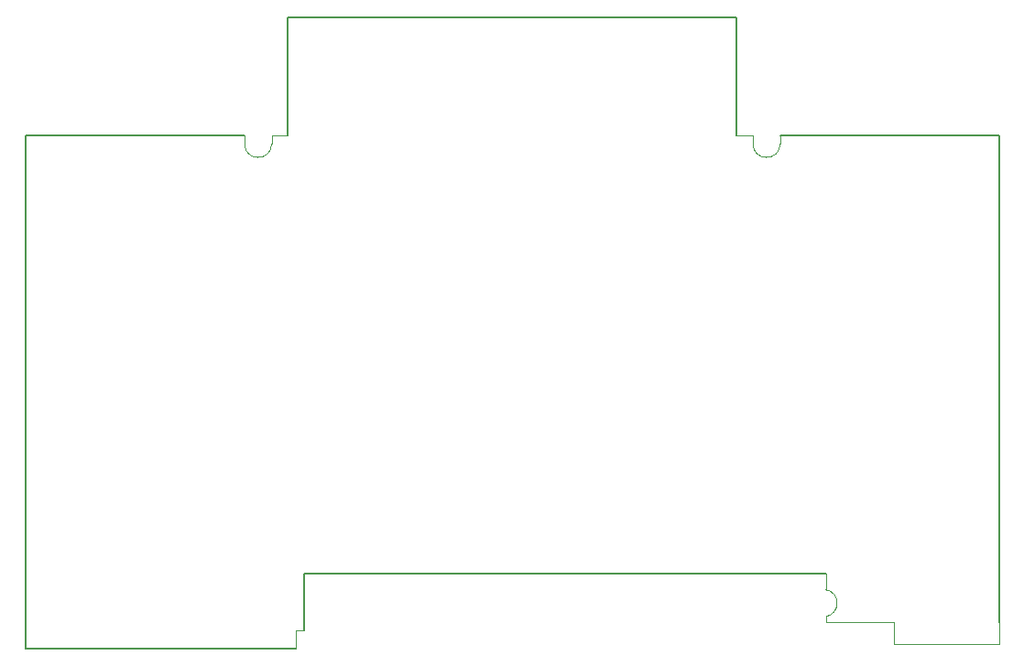
<source format=gm1>
G04 #@! TF.GenerationSoftware,KiCad,Pcbnew,(5.1.8)-1*
G04 #@! TF.CreationDate,2021-07-21T13:57:44+02:00*
G04 #@! TF.ProjectId,sensactHsNano,73656e73-6163-4744-9873-4e616e6f2e6b,rev?*
G04 #@! TF.SameCoordinates,Original*
G04 #@! TF.FileFunction,Profile,NP*
%FSLAX46Y46*%
G04 Gerber Fmt 4.6, Leading zero omitted, Abs format (unit mm)*
G04 Created by KiCad (PCBNEW (5.1.8)-1) date 2021-07-21 13:57:44*
%MOMM*%
%LPD*%
G01*
G04 APERTURE LIST*
G04 #@! TA.AperFunction,Profile*
%ADD10C,0.050000*%
G04 #@! TD*
G04 #@! TA.AperFunction,Profile*
%ADD11C,0.200000*%
G04 #@! TD*
G04 APERTURE END LIST*
D10*
X179000000Y-149750000D02*
X179000000Y-148250000D01*
X179000001Y-149750001D02*
G75*
G02*
X178999999Y-152249999I-250001J-1249999D01*
G01*
X179000000Y-152750000D02*
X178999999Y-152249999D01*
X185250000Y-152750000D02*
X179000000Y-152750000D01*
X185250000Y-154750000D02*
X185250000Y-152750000D01*
X195000000Y-154750000D02*
X185250000Y-154750000D01*
X195000000Y-152750000D02*
X195000000Y-154750000D01*
X172250000Y-107750000D02*
X170749999Y-107750000D01*
X129250000Y-107750000D02*
X127750000Y-107750000D01*
X127750000Y-108500000D02*
G75*
G02*
X125250000Y-108500000I-1250000J0D01*
G01*
X127750000Y-107750000D02*
X127750000Y-108500000D01*
X125250000Y-107750000D02*
X125250000Y-108500000D01*
X174750000Y-108500000D02*
G75*
G02*
X172250000Y-108500000I-1250000J0D01*
G01*
X174750000Y-107750000D02*
X174750000Y-108500000D01*
X172250000Y-107750000D02*
X172250000Y-108500000D01*
X130000000Y-153500000D02*
X130000000Y-155250000D01*
X130750000Y-153500000D02*
X130000000Y-153500000D01*
D11*
X130750000Y-148250000D02*
X130750000Y-153500000D01*
X150000000Y-148250001D02*
X130750000Y-148250000D01*
X167499999Y-148249998D02*
X150000000Y-148250001D01*
X179000000Y-148250000D02*
X167499999Y-148249998D01*
X174750000Y-107750000D02*
X195000000Y-107750000D01*
X170749999Y-96750000D02*
X170749999Y-107750000D01*
X129250000Y-96750001D02*
X170749999Y-96750000D01*
X129250000Y-107750000D02*
X129250000Y-96750001D01*
X105000000Y-107750001D02*
X125250000Y-107750000D01*
X130000000Y-155250000D02*
X105000001Y-155250000D01*
X195000000Y-107750000D02*
X195000000Y-152750000D01*
X105000001Y-155250000D02*
X105000000Y-107750000D01*
M02*

</source>
